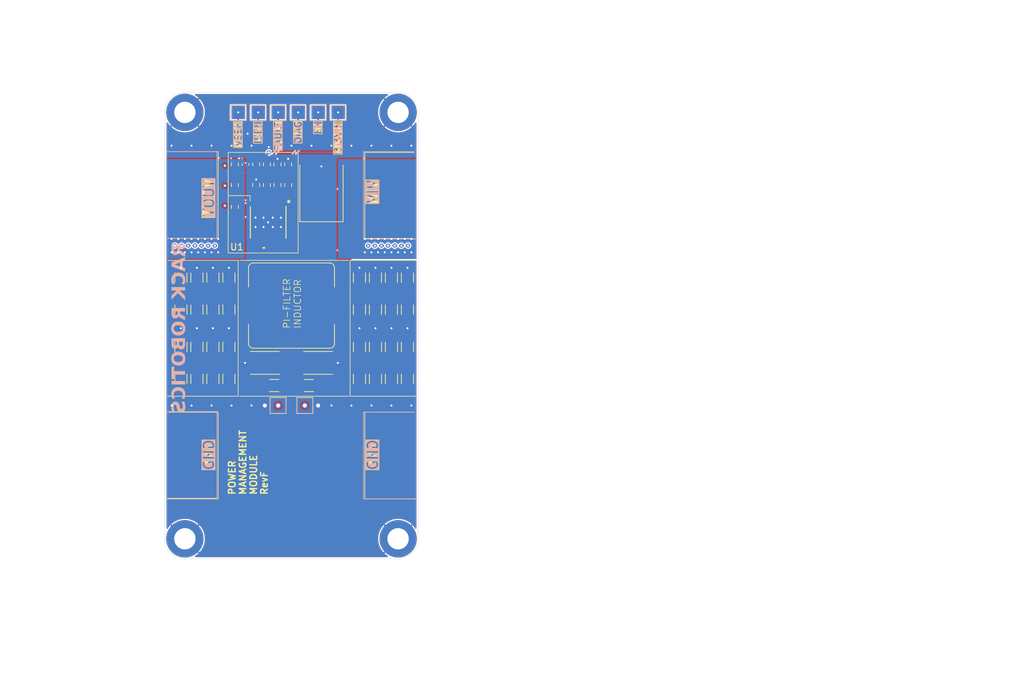
<source format=kicad_pcb>
(kicad_pcb (version 20241229) (generator "pcbnew") (generator_version "9.0")
  (title_block (title "Power Management Module") (date "2025-05-21") (rev "F") (company "Rack Robotics, Inc."))
  (layers (0 "F.Cu" signal) (4 "In1.Cu" power) (6 "In2.Cu" power) (2 "B.Cu" signal) (13 "F.Paste" user) (15 "B.Paste" user) (5 "F.SilkS" user "F.Silkscreen") (7 "B.SilkS" user "B.Silkscreen") (1 "F.Mask" user) (3 "B.Mask" user) (25 "Edge.Cuts" user))
  (net 0 "")
  (net 1 "/FILTER_IN")
  (net 2 "GND")
  (net 3 "Net-(C1-Pad1)")
  (net 4 "+48V")
  (net 5 "Net-(C10-Pad2)")
  (net 6 "+48VIN")
  (net 7 "/VSENSE_VIN")
  (net 8 "Net-(U1-EN)")
  (net 9 "Net-(U1-ILIM)")
  (net 10 "Net-(C27-Pad2)")
  (net 11 "Net-(U1-DIAG_EN)")
  (net 12 "Net-(U1-*FAULT)")
  (net 13 "Net-(R1-Pad2)")
  (net 14 "Net-(U1-SNS)")
  (net 17 "+3.3V")
  (net 18 "Net-(R2-Pad1)")
  (net 19 "Net-(R3-Pad1)")
  (footprint "TestPoint:TestPoint_Pad_2.0x2.0mm" (layer "F.Cu") (at 58 84)
    (property "Reference" "TP8" (hide yes))
    (property "Value" "TestPoint")
  )
  (footprint "Fiducial:Fiducial_1mm_Mask2mm" (layer "F.Cu") (at 67 40)
    (property "Reference" "REF**" (hide yes))
    (property "Value" "Fiducial_1mm_Mask2mm")
  )
  (footprint "TestPoint:TestPoint_Pad_2.0x2.0mm" (layer "F.Cu") (at 60.000001 40.000001)
    (property "Reference" "TP3" (hide yes))
    (property "Value" "ENABLE")
  )
  (footprint "Capacitor_SMD:C_1206_3216Metric" (layer "F.Cu") (at 44.200001 69.600001 -90)
    (property "Reference" "C28" (hide yes))
    (property "Value" "10 uF")
  )
  (footprint "Capacitor_SMD:C_1206_3216Metric" (layer "F.Cu") (at 73.400001 75.200001 90)
    (property "Reference" "C6" (hide yes))
    (property "Value" "10 uF")
  )
  (footprint "TestPoint:TestPoint_Pad_2.0x2.0mm" (layer "F.Cu") (at 54 84)
    (property "Reference" "TP9" (hide yes))
    (property "Value" "TestPoint")
  )
  (footprint "Capacitor_SMD:C_1206_3216Metric" (layer "F.Cu") (at 46.600001 64.800001 90)
    (property "Reference" "C19" (hide yes))
    (property "Value" "10 uF")
  )
  (footprint "MountingHole:MountingHole_3.2mm_M3_DIN965_Pad_TopBottom" (layer "F.Cu") (at 72.000001 40.000001)
    (property "Reference" "H2" (hide yes))
    (property "Value" "M3_DIN")
  )
  (footprint "Capacitor_SMD:C_1206_3216Metric" (layer "F.Cu") (at 71.000001 75.200001 90)
    (property "Reference" "C7" (hide yes))
    (property "Value" "10 uF")
  )
  (footprint "Capacitor_SMD:C_1206_3216Metric" (layer "F.Cu") (at 39.400001 69.600001 -90)
    (property "Reference" "C25" (hide yes))
    (property "Value" "10 uF")
  )
  (footprint "Capacitor_SMD:C_1206_3216Metric" (layer "F.Cu") (at 53.400001 81.000001)
    (property "Reference" "C27" (hide yes))
    (property "Value" "10 uF")
  )
  (footprint "powercore-development:TPS1HTC30-Q1" (layer "F.Cu") (at 52.500001 56.500001 -90)
    (property "Reference" "U1")
    (property "Value" "TPS1HTC30AQPWPRQ1")
  )
  (footprint "TestPoint:TestPoint_Pad_2.0x2.0mm" (layer "F.Cu") (at 51.000001 40.000001)
    (property "Reference" "TP11" (hide yes))
    (property "Value" "ISENSE")
  )
  (footprint "Capacitor_SMD:C_1206_3216Metric" (layer "F.Cu") (at 68.600001 64.800001 90)
    (property "Reference" "C12" (hide yes))
    (property "Value" "10 uF")
  )
  (footprint "Resistor_SMD:R_0603_1608Metric" (layer "F.Cu") (at 47.5 47.8 -90)
    (property "Reference" "R11" (hide yes))
    (property "Value" "172K")
  )
  (footprint "Capacitor_SMD:C_1206_3216Metric" (layer "F.Cu") (at 41.800001 64.800001 90)
    (property "Reference" "C21" (hide yes))
    (property "Value" "10 uF")
  )
  (footprint "powercore-development:SRP1245A" (layer "F.Cu") (at 56.000001 69 180)
    (property "Reference" "L1" (hide yes))
    (property "Value" "18uH")
  )
  (footprint "Resistor_SMD:R_0603_1608Metric" (layer "F.Cu") (at 47.5 54.2 -90)
    (property "Reference" "R9" (hide yes))
    (property "Value" "0R")
  )
  (footprint "Resistor_SMD:R_0603_1608Metric" (layer "F.Cu") (at 52.3 47.8 -90)
    (property "Reference" "R1" (hide yes))
    (property "Value" "100K")
  )
  (footprint "Capacitor_SMD:C_1206_3216Metric" (layer "F.Cu") (at 44.200001 80.000001 -90)
    (property "Reference" "C30" (hide yes))
    (property "Value" "10 uF")
  )
  (footprint "Fiducial:Fiducial_1mm_Mask2mm" (layer "F.Cu") (at 45 40)
    (property "Reference" "REF**" (hide yes))
    (property "Value" "Fiducial_1mm_Mask2mm")
  )
  (footprint "Capacitor_SMD:C_1206_3216Metric" (layer "F.Cu") (at 71.000001 64.800001 90)
    (property "Reference" "C13" (hide yes))
    (property "Value" "10 uF")
  )
  (footprint "Capacitor_SMD:C_1206_3216Metric" (layer "F.Cu") (at 73.400001 64.800001 90)
    (property "Reference" "C14" (hide yes))
    (property "Value" "10 uF")
  )
  (footprint "Capacitor_SMD:C_1206_3216Metric" (layer "F.Cu") (at 68.600001 80.000001 -90)
    (property "Reference" "C3" (hide yes))
    (property "Value" "10 uF")
  )
  (footprint "Capacitor_SMD:C_1206_3216Metric" (layer "F.Cu") (at 66.200001 75.200001 90)
    (property "Reference" "C9" (hide yes))
    (property "Value" "10 uF")
  )
  (footprint "Capacitor_SMD:C_1206_3216Metric" (layer "F.Cu") (at 73.400001 69.600001 -90)
    (property "Reference" "C15" (hide yes))
    (property "Value" "10 uF")
  )
  (footprint "Capacitor_SMD:C_1206_3216Metric" (layer "F.Cu") (at 46.600001 75.200001 90)
    (property "Reference" "C26" (hide yes))
    (property "Value" "10 uF")
  )
  (footprint "Capacitor_SMD:C_1206_3216Metric" (layer "F.Cu") (at 58.600001 81.000001 180)
    (property "Reference" "C10" (hide yes))
    (property "Value" "10 uF")
  )
  (footprint "Capacitor_SMD:C_1206_3216Metric" (layer "F.Cu") (at 66.200001 69.600001 -90)
    (property "Reference" "C18" (hide yes))
    (property "Value" "10 uF")
  )
  (footprint "Resistor_SMD:R_0603_1608Metric" (layer "F.Cu") (at 53.9 47.8 90)
    (property "Reference" "R7" (hide yes))
    (property "Value" "100K")
  )
  (footprint "Resistor_SMD:R_2512_6332Metric" (layer "F.Cu") (at 60.000001 77.600001)
    (property "Reference" "R10" (hide yes))
    (property "Value" "1R")
  )
  (footprint "Resistor_SMD:R_0603_1608Metric" (layer "F.Cu") (at 47.5 50.9 -90)
    (property "Reference" "R12" (hide yes))
    (property "Value" "10K")
  )
  (footprint "Resistor_SMD:R_2512_6332Metric" (layer "F.Cu") (at 52 77.6 180)
    (property "Reference" "R13" (hide yes))
    (property "Value" "1R")
  )
  (footprint "Capacitor_SMD:C_1206_3216Metric" (layer "F.Cu") (at 39.400001 64.800001 90)
    (property "Reference" "C22" (hide yes))
    (property "Value" "10 uF")
  )
  (footprint "Resistor_SMD:R_0603_1608Metric" (layer "F.Cu") (at 52.300001 50.900001 -90)
    (property "Reference" "R4" (hide yes))
    (property "Value" "2.2K")
  )
  (footprint "Capacitor_SMD:C_1206_3216Metric" (layer "F.Cu") (at 46.600001 69.600001 -90)
    (property "Reference" "C23" (hide yes))
    (property "Value" "10 uF")
  )
  (footprint "TestPoint:TestPoint_Pad_2.0x2.0mm" (layer "F.Cu") (at 63 40)
    (property "Reference" "TP1" (hide yes))
    (property "Value" "3.3VIN")
  )
  (footprint "TestPoint:TestPoint_Pad_2.0x2.0mm" (layer "F.Cu") (at 48.000001 40.000001)
    (property "Reference" "TP13" (hide yes))
    (property "Value" "VSENSE_VIN")
  )
  (footprint "Capacitor_SMD:C_1206_3216Metric" (layer "F.Cu") (at 66.200001 80.000001 -90)
    (property "Reference" "C2" (hide yes))
    (property "Value" "10 uF")
  )
  (footprint "Capacitor_SMD:C_1206_3216Metric" (layer "F.Cu") (at 71.000001 69.600001 -90)
    (property "Reference" "C16" (hide yes))
    (property "Value" "10 uF")
  )
  (footprint "Capacitor_SMD:C_0603_1608Metric" (layer "F.Cu") (at 49.1 47.8 -90)
    (property "Reference" "C1" (hide yes))
    (property "Value" "1 uF")
  )
  (footprint "Fiducial:Fiducial_1mm_Mask2mm" (layer "F.Cu") (at 67 104)
    (property "Reference" "REF**" (hide yes))
    (property "Value" "Fiducial_1mm_Mask2mm")
  )
  (footprint "Capacitor_SMD:C_1206_3216Metric" (layer "F.Cu") (at 41.800001 75.200001 90)
    (property "Reference" "C34" (hide yes))
    (property "Value" "10 uF")
  )
  (footprint "Capacitor_SMD:C_1206_3216Metric" (layer "F.Cu") (at 68.600001 75.200001 90)
    (property "Reference" "C8" (hide yes))
    (property "Value" "10 uF")
  )
  (footprint "MountingHole:MountingHole_3.2mm_M3_DIN965_Pad_TopBottom" (layer "F.Cu") (at 40.000001 40.000001)
    (property "Reference" "H4" (hide yes))
    (property "Value" "M3_DIN")
  )
  (footprint "MountingHole:MountingHole_3.2mm_M3_DIN965_Pad_TopBottom" (layer "F.Cu") (at 40.000001 104.000001)
    (property "Reference" "H3" (hide yes))
    (property "Value" "M3_DIN")
  )
  (footprint "Capacitor_SMD:C_1206_3216Metric" (layer "F.Cu") (at 46.600001 80.000001 -90)
    (property "Reference" "C29" (hide yes))
    (property "Value" "10 uF")
  )
  (footprint "TestPoint:TestPoint_Pad_2.0x2.0mm" (layer "F.Cu") (at 54.000001 40.000001)
    (property "Reference" "TP10" (hide yes))
    (property "Value" "FAULT")
  )
  (footprint "Capacitor_SMD:C_1206_3216Metric" (layer "F.Cu") (at 71.000001 80.000001 -90)
    (property "Reference" "C4" (hide yes))
    (property "Value" "10 uF")
  )
  (footprint "Resistor_SMD:R_0603_1608Metric" (layer "F.Cu") (at 53.900001 50.900001 -90)
    (property "Reference" "R3" (hide yes))
    (property "Value" "2.2K")
  )
  (footprint "TestPoint:TestPoint_Pad_2.0x2.0mm" (layer "F.Cu") (at 57.000001 40.000001)
    (property "Reference" "TP6" (hide yes))
    (property "Value" "DIAG_EN")
  )
  (footprint "Resistor_SMD:R_0603_1608Metric" (layer "F.Cu") (at 50.7 47.8 -90)
    (property "Reference" "R5" (hide yes))
    (property "Value" "2.2K")
  )
  (footprint "Capacitor_SMD:C_1206_3216Metric" (layer "F.Cu") (at 66.200001 64.800001 90)
    (property "Reference" "C11" (hide yes))
    (property "Value" "10 uF")
  )
  (footprint "Diode_SMD:D_SMC" (layer "F.Cu") (at 60.500001 51.500001 90)
    (property "Reference" "D1" (hide yes))
    (property "Value" "SMCJ60A")
  )
  (footprint "Resistor_SMD:R_0603_1608Metric" (layer "F.Cu") (at 55.5 47.8 90)
    (property "Reference" "R6" (hide yes))
    (property "Value" "100K")
  )
  (footprint "MountingHole:MountingHole_3.2mm_M3_DIN965_Pad_TopBottom" (layer "F.Cu") (at 72.000001 104.000001)
    (property "Reference" "H1" (hide yes))
    (property "Value" "M3_DIN")
  )
  (footprint "Capacitor_SMD:C_1206_3216Metric" (layer "F.Cu") (at 44.200001 64.800001 90)
    (property "Reference" "C20" (hide yes))
    (property "Value" "10 uF")
  )
  (footprint "Capacitor_SMD:C_1206_3216Metric" (layer "F.Cu") (at 68.600001 69.600001 -90)
    (property "Reference" "C17" (hide yes))
    (property "Value" "10 uF")
  )
  (footprint "Fiducial:Fiducial_1mm_Mask2mm" (layer "F.Cu") (at 45 104)
    (property "Reference" "REF**" (hide yes))
    (property "Value" "Fiducial_1mm_Mask2mm")
  )
  (footprint "Capacitor_SMD:C_1206_3216Metric" (layer "F.Cu") (at 39.400001 75.200001 90)
    (property "Reference" "C33" (hide yes))
    (property "Value" "10 uF")
  )
  (footprint "Capacitor_SMD:C_1206_3216Metric" (layer "F.Cu") (at 41.800001 80.000001 -90)
    (property "Reference" "C31" (hide yes))
    (property "Value" "10 uF")
  )
  (footprint "Resistor_SMD:R_0603_1608Metric" (layer "F.Cu") (at 50.7 50.9 90)
    (property "Reference" "R8" (hide yes))
    (property "Value" "249R")
  )
  (footprint "Capacitor_SMD:C_1206_3216Metric" (layer "F.Cu") (at 41.800001 69.600001 -90)
    (property "Reference" "C24" (hide yes))
    (property "Value" "10 uF")
  )
  (footprint "Capacitor_SMD:C_1206_3216Metric" (layer "F.Cu") (at 73.400001 80.000001 -90)
    (property "Reference" "C5" (hide yes))
    (property "Value" "10 uF")
  )
  (footprint "Capacitor_SMD:C_1206_3216Metric" (layer "F.Cu") (at 44.200001 75.200001 90)
    (property "Reference" "C35" (hide yes))
    (property "Value" "10 uF")
  )
  (footprint "Capacitor_SMD:C_1206_3216Metric" (layer "F.Cu") (at 39.400001 80.000001 -90)
    (property "Reference" "C32" (hide yes))
    (property "Value" "10 uF")
  )
  (footprint "Resistor_SMD:R_0603_1608Metric" (layer "F.Cu") (at 55.500001 50.900001 -90)
    (property "Reference" "R2" (hide yes))
    (property "Value" "2.2K")
  )
  (footprint "TestPoint:TestPoint_Pad_2.0x2.0mm" (layer "B.Cu") (at 60.000001 40.000001 180)
    (property "Reference" "TP4" (hide yes))
    (property "Value" "ENABLE")
  )
  (footprint "TestPoint:TestPoint_Pad_2.0x2.0mm" (layer "B.Cu") (at 57.000001 40.000001 180)
    (property "Reference" "TP5" (hide yes))
    (property "Value" "DIAG_EN")
  )
  (footprint "TestPoint:TestPoint_Pad_2.0x2.0mm" (layer "B.Cu") (at 63 40 180)
    (property "Reference" "TP2" (hide yes))
    (property "Value" "3.3VIN")
  )
  (footprint "TestPoint:TestPoint_Pad_2.0x2.0mm" (layer "B.Cu") (at 51.000001 40.000001 180)
    (property "Reference" "TP12" (hide yes))
    (property "Value" "ISENSE")
  )
  (footprint "TestPoint:TestPoint_Pad_2.0x2.0mm" (layer "B.Cu") (at 54.000001 40.000001 180)
    (property "Reference" "TP7" (hide yes))
    (property "Value" "FAULT")
  )
  (footprint "TestPoint:TestPoint_Pad_2.0x2.0mm" (layer "B.Cu") (at 48.000001 40.000001)
    (property "Reference" "TP14" (hide yes))
    (property "Value" "VSENSE_VIN")
  )
  (gr_line (start 48.000001 82.600001) (end 37.400001 82.600001) (stroke (width 0.1)) (layer "F.SilkS"))
  (gr_line (start 49.8 52.5) (end 49.8 53.3) (stroke (width 0.1)) (layer "F.SilkS"))
  (gr_rect (start 46.5 46) (end 57 61.1) (stroke (width 0.1)) (fill no) (layer "F.SilkS"))
  (gr_line (start 46.5 52.5) (end 49.8 52.5) (stroke (width 0.1)) (layer "F.SilkS"))
  (gr_line (start 37.6 45.9) (end 45 45.9) (stroke (width 0.1)) (layer "F.SilkS"))
  (gr_line (start 37.4 58.9) (end 45 58.9) (stroke (width 0.1)) (layer "F.SilkS"))
  (gr_line (start 74.4 46) (end 67 46) (stroke (width 0.1)) (layer "F.SilkS"))
  (gr_line (start 74.4 85) (end 67 85) (stroke (width 0.1)) (layer "F.SilkS"))
  (gr_line (start 74.600001 82.600001) (end 64.800001 82.600001) (stroke (width 0.1)) (layer "F.SilkS"))
  (gr_line (start 37.6 85) (end 45 85) (stroke (width 0.1)) (layer "F.SilkS"))
  (gr_line (start 37.400001 62.200001) (end 48.000001 62.200001) (stroke (width 0.1)) (layer "F.SilkS"))
  (gr_line (start 64.800001 82.600001) (end 64.800001 62.200001) (stroke (width 0.1)) (layer "F.SilkS"))
  (gr_line (start 37.4 98) (end 45 98) (stroke (width 0.1)) (layer "F.SilkS"))
  (gr_line (start 64.600001 82.600001) (end 48.200001 82.600001) (stroke (width 0.1)) (layer "F.SilkS"))
  (gr_line (start 67 59) (end 67 46) (stroke (width 0.1)) (layer "F.SilkS"))
  (gr_line (start 45 98) (end 45 85) (stroke (width 0.1)) (layer "F.SilkS"))
  (gr_line (start 48.200001 62.200001) (end 64.600001 62.200001) (stroke (width 0.1)) (layer "F.SilkS"))
  (gr_line (start 48.000001 62.200001) (end 48.000001 82.600001) (stroke (width 0.1)) (layer "F.SilkS"))
  (gr_line (start 64.800001 62.200001) (end 74.600001 62.200001) (stroke (width 0.1)) (layer "F.SilkS"))
  (gr_line (start 45 58.9) (end 45 45.9) (stroke (width 0.1)) (layer "F.SilkS"))
  (gr_line (start 67 98) (end 67 85) (stroke (width 0.1)) (layer "F.SilkS"))
  (gr_line (start 74.6 59) (end 67 59) (stroke (width 0.1)) (layer "F.SilkS"))
  (gr_line (start 74.6 98) (end 67 98) (stroke (width 0.1)) (layer "F.SilkS"))
  (gr_line (start 66.8 85) (end 66.8 98) (stroke (width 0.1)) (layer "B.SilkS"))
  (gr_rect (start 56.8 82.8) (end 59.2 85.2) (stroke (width 0.1)) (fill no) (layer "B.SilkS"))
  (gr_line (start 74.4 85) (end 66.8 85) (stroke (width 0.1)) (layer "B.SilkS"))
  (gr_line (start 37.4 58.9) (end 44.8 58.9) (stroke (width 0.1)) (layer "B.SilkS"))
  (gr_line (start 74.2 98) (end 66.8 98) (stroke (width 0.1)) (layer "B.SilkS"))
  (gr_line (start 74.4 45.9) (end 66.8 45.9) (stroke (width 0.1)) (layer "B.SilkS"))
  (gr_line (start 44.8 45.9) (end 44.8 58.9) (stroke (width 0.1)) (layer "B.SilkS"))
  (gr_rect (start 52.8 82.8) (end 55.2 85.2) (stroke (width 0.1)) (fill no) (layer "B.SilkS"))
  (gr_line (start 74.2 58.9) (end 66.8 58.9) (stroke (width 0.1)) (layer "B.SilkS"))
  (gr_line (start 37.4 97.9) (end 44.8 97.9) (stroke (width 0.1)) (layer "B.SilkS"))
  (gr_line (start 66.8 45.9) (end 66.8 58.9) (stroke (width 0.1)) (layer "B.SilkS"))
  (gr_line (start 44.8 84.9) (end 44.8 97.9) (stroke (width 0.1)) (layer "B.SilkS"))
  (gr_line (start 37.2 45.9) (end 44.8 45.9) (stroke (width 0.1)) (layer "B.SilkS"))
  (gr_line (start 37.2 84.9) (end 44.8 84.9) (stroke (width 0.1)) (layer "B.SilkS"))
  (gr_arc (start 72 37) (mid 74.12132 37.87868) (end 75 40) (stroke (width 0.05)) (layer "Edge.Cuts"))
  (gr_line (start 72 37) (end 40 37) (stroke (width 0.05)) (layer "Edge.Cuts"))
  (gr_arc (start 75 104) (mid 74.12132 106.12132) (end 72 107) (stroke (width 0.05)) (layer "Edge.Cuts"))
  (gr_arc (start 40 107) (mid 37.87868 106.12132) (end 37 104) (stroke (width 0.05)) (layer "Edge.Cuts"))
  (gr_arc (start 37 40) (mid 37.87868 37.87868) (end 40 37) (stroke (width 0.05)) (layer "Edge.Cuts"))
  (gr_line (start 37 104) (end 37 40) (stroke (width 0.05)) (layer "Edge.Cuts"))
  (gr_line (start 72 107) (end 40 107) (stroke (width 0.05)) (layer "Edge.Cuts"))
  (gr_line (start 75 40) (end 75 104) (stroke (width 0.05)) (layer "Edge.Cuts"))
  (gr_text "3.3VIN" (at 63 41.2 90) (layer "F.SilkS" knockout) (effects (font (size 1 1) (thickness 0.2) (bold yes)) (justify right)))
  (gr_text "VIN" (at 68.2 51.8 90) (layer "F.SilkS" knockout) (effects (font (size 1.5 1.5) (thickness 0.25) (bold yes))))
  (gr_text "POWER\nMANAGEMENT\nMODULE\nRevF" (at 46.5 97.5 90) (layer "F.SilkS") (effects (font (size 1 1) (thickness 0.2) (bold yes)) (justify left top)))
  (gr_text "DIAG" (at 57.000001 41.200001 90) (layer "F.SilkS" knockout) (effects (font (size 1 1) (thickness 0.2) (bold yes)) (justify right)))
  (gr_text "ISEN" (at 51.000001 41.200001 90) (layer "F.SilkS" knockout) (effects (font (size 1 1) (thickness 0.2) (bold yes)) (justify right)))
  (gr_text "PI-FILTER\nINDUCTOR" (at 57.5 72.5 90) (layer "F.SilkS") (effects (font (size 1 1) (thickness 0.1)) (justify left bottom)))
  (gr_text "VOUT" (at 43.6 52.9 90) (layer "F.SilkS" knockout) (effects (font (size 1.5 1.5) (thickness 0.25) (bold yes))))
  (gr_text "FAULT" (at 54.000001 43.6 90) (layer "F.SilkS" knockout) (effects (font (size 1 1) (thickness 0.2) (bold yes))))
  (gr_text "GND" (at 43.6 91.4 90) (layer "F.SilkS" knockout) (effects (font (size 1.5 1.5) (thickness 0.25) (bold yes))))
  (gr_text "GND" (at 68.2 91.4 90) (layer "F.SilkS" knockout) (effects (font (size 1.5 1.5) (thickness 0.25) (bold yes))))
  (gr_text "VSEN" (at 48.000001 41.200001 90) (layer "F.SilkS" knockout) (effects (font (size 1 1) (thickness 0.2) (bold yes)) (justify right)))
  (gr_text "EN" (at 60.000001 41.200001 90) (layer "F.SilkS" knockout) (effects (font (size 1 1) (thickness 0.2) (bold yes)) (justify right)))
  (gr_text "VOUT" (at 43.6 52.8 90) (layer "B.SilkS" knockout) (effects (font (size 1.5 1.5) (thickness 0.25) (bold yes)) (justify mirror)))
  (gr_text "VSEN" (at 48.000001 43.5 90) (layer "B.SilkS" knockout) (effects (font (size 1 1) (thickness 0.2) (bold yes)) (justify mirror)))
  (gr_text "VIN" (at 68.2 52 90) (layer "B.SilkS" knockout) (effects (font (size 1.5 1.5) (thickness 0.25) (bold yes)) (justify mirror)))
  (gr_text "ISEN" (at 51.000001 41.200001 90) (layer "B.SilkS" knockout) (effects (font (size 1 1) (thickness 0.2) (bold yes)) (justify left mirror)))
  (gr_text "FAULT" (at 54.000001 41.200001 90) (layer "B.SilkS" knockout) (effects (font (size 1 1) (thickness 0.2) (bold yes)) (justify left mirror)))
  (gr_text "GND" (at 68.2 91.4 90) (layer "B.SilkS" knockout) (effects (font (size 1.5 1.5) (thickness 0.25) (bold yes)) (justify mirror)))
  (gr_text "3.3VIN" (at 63 44 90) (layer "B.SilkS" knockout) (effects (font (size 1 1) (thickness 0.2) (bold yes)) (justify mirror)))
  (gr_text "EN" (at 60.000001 41.200001 90) (layer "B.SilkS" knockout) (effects (font (size 1 1) (thickness 0.2) (bold yes)) (justify left mirror)))
  (gr_text "RACK ROBOTICS" (at 39.2 72.4 90) (layer "B.SilkS") (effects (font (size 2 2) (thickness 0.4) (bold yes)) (justify mirror)))
  (gr_text "DIAG" (at 57.000001 41.200001 90) (layer "B.SilkS" knockout) (effects (font (size 1 1) (thickness 0.2) (bold yes)) (justify left mirror)))
  (gr_text "GND" (at 43.6 91.4 90) (layer "B.SilkS" knockout) (effects (font (size 1.5 1.5) (thickness 0.25) (bold yes)) (justify mirror)))
  (segment (start 73.400001 76.675001) (end 73.400001 78.525001) (width 0.4) (layer "F.Cu") (net 1))
  (segment (start 60.075001 81.000001) (end 63.800001 81.000001) (width 0.4) (layer "F.Cu") (net 1))
  (segment (start 68.600001 66.275001) (end 68.600001 68.125001) (width 0.4) (layer "F.Cu") (net 1))
  (segment (start 61.55 68) (end 63.4 68) (width 0.8) (layer "F.Cu") (net 1))
  (segment (start 51.85 59.370201) (end 51.85 60.600001) (width 0.4) (layer "F.Cu") (net 1))
  (segment (start 61.25 70) (end 59.4 70) (width 0.8) (layer "F.Cu") (net 1))
  (segment (start 64.200001 80.600001) (end 64.200001 78.600001) (width 0.4) (layer "F.Cu") (net 1))
  (segment (start 68.600001 76.675001) (end 68.600001 78.525001) (width 0.4) (layer "F.Cu") (net 1))
  (segment (start 61.55 70) (end 63.4 70) (width 0.8) (layer "F.Cu") (net 1))
  (segment (start 59.000001 81.000001) (end 60.075001 81.000001) (width 0.2) (layer "F.Cu") (net 1))
  (segment (start 63.800001 81.000001) (end 64.200001 80.600001) (width 0.4) (layer "F.Cu") (net 1))
  (segment (start 61.250001 69.000001) (end 59.400001 69.000001) (width 0.8) (layer "F.Cu") (net 1))
  (segment (start 50.55 59.370201) (end 50.55 60.600001) (width 0.4) (layer "F.Cu") (net 1))
  (segment (start 66.200001 66.275001) (end 66.200001 68.125001) (width 0.4) (layer "F.Cu") (net 1))
  (segment (start 58 84) (end 58 82) (width 0.2) (layer "F.Cu") (net 1))
  (segment (start 59 81) (end 59.000001 81.000001) (width 0.2) (layer "F.Cu") (net 1))
  (segment (start 71.000001 76.675001) (end 71.000001 78.525001) (width 0.4) (layer "F.Cu") (net 1))
  (segment (start 51.200001 59.370201) (end 51.200001 60.600001) (width 0.4) (layer "F.Cu") (net 1))
  (segment (start 71.000001 66.275001) (end 71.000001 68.125001) (width 0.4) (layer "F.Cu") (net 1))
  (segment (start 61.550001 69.000001) (end 63.400001 69.000001) (width 0.8) (layer "F.Cu") (net 1))
  (segment (start 66.200001 76.675001) (end 66.200001 78.525001) (width 0.4) (layer "F.Cu") (net 1))
  (segment (start 73.400001 66.275001) (end 73.400001 68.125001) (width 0.4) (layer "F.Cu") (net 1))
  (segment (start 61.25 68) (end 59.4 68) (width 0.8) (layer "F.Cu") (net 1))
  (segment (start 58 82) (end 59 81) (width 0.2) (layer "F.Cu") (net 1))
  (via (at 58 84) (size 1) (drill 0.6) (layers "F.Cu" "B.Cu") (net 1))
  (segment (start 73.400001 81.475001) (end 73.400001 82.600001) (width 0.4) (layer "F.Cu") (net 2))
  (segment (start 71.000001 72.400001) (end 71.000001 71.075001) (width 0.4) (layer "F.Cu") (net 2))
  (segment (start 41.800001 73.725001) (end 41.800001 72.400001) (width 0.4) (layer "F.Cu") (net 2))
  (segment (start 68.600001 73.725001) (end 68.600001 72.400001) (width 0.4) (layer "F.Cu") (net 2))
  (segment (start 41.8 82.6) (end 41.8 81.475) (width 0.4) (layer "F.Cu") (net 2))
  (segment (start 46.600001 73.725001) (end 46.600001 72.400001) (width 0.4) (layer "F.Cu") (net 2))
  (segment (start 39.400001 72.400001) (end 39.400001 71.075001) (width 0.4) (layer "F.Cu") (net 2))
  (segment (start 58.0775 48) (end 59.5225 48) (width 0.4) (layer "F.Cu") (net 2))
  (segment (start 66.200001 72.400001) (end 66.200001 71.075001) (width 0.4) (layer "F.Cu") (net 2))
  (segment (start 66.200001 82.6) (end 66.200001 81.475001) (width 0.4) (layer "F.Cu") (net 2))
  (segment (start 68.600001 82.600001) (end 68.600001 81.475001) (width 0.4) (layer "F.Cu") (net 2))
  (segment (start 60.4 47.3225) (end 60.4 45.8775) (width 0.4) (layer "F.Cu") (net 2))
  (segment (start 46.600001 72.400001) (end 46.600001 71.075001) (width 0.4) (layer "F.Cu") (net 2))
  (segment (start 44.200001 72.400001) (end 44.200001 71.075001) (width 0.4) (layer "F.Cu") (net 2))
  (segment (start 46.6 81.475) (end 46.6 82.6) (width 0.4) (layer "F.Cu") (net 2))
  (segment (start 71 81.4375) (end 71 82.5625) (width 0.4) (layer "F.Cu") (net 2))
  (segment (start 73.400001 72.400001) (end 73.400001 71.075001) (width 0.4) (layer "F.Cu") (net 2))
  (segment (start 71.000001 73.725001) (end 71.000001 72.400001) (width 0.4) (layer "F.Cu") (net 2))
  (segment (start 73.400001 73.725001) (end 73.400001 72.400001) (width 0.4) (layer "F.Cu") (net 2))
  (segment (start 66.200001 73.725001) (end 66.200001 72.400001) (width 0.4) (layer "F.Cu") (net 2))
  (segment (start 39.400001 73.725001) (end 39.400001 72.400001) (width 0.4) (layer "F.Cu") (net 2))
  (segment (start 44.199999 81.437499) (end 44.199999 82.562499) (width 0.4) (layer "F.Cu") (net 2))
  (segment (start 39.4 82.599999) (end 39.4 81.475) (width 0.4) (layer "F.Cu") (net 2))
  (segment (start 44.200001 73.725001) (end 44.200001 72.400001) (width 0.4) (layer "F.Cu") (net 2))
  (segment (start 68.600001 72.400001) (end 68.600001 71.075001) (width 0.4) (layer "F.Cu") (net 2))
  (segment (start 41.800001 72.400001) (end 41.800001 71.075001) (width 0.4) (layer "F.Cu") (net 2))
  (segment (start 62.9225 48) (end 61.4775 48) (width 0.4) (layer "F.Cu") (net 2))
  (via (at 50.7 50.075) (size 0.6) (drill 0.3) (layers "F.Cu" "B.Cu") (net 2))
  (via (at 44 84) (size 0.6) (drill 0.3) (layers "F.Cu" "B.Cu") (net 2))
  (via (at 46 48) (size 0.6) (drill 0.3) (layers "F.Cu" "B.Cu") (net 2))
  (via (at 38 84) (size 0.6) (drill 0.3) (layers "F.Cu" "B.Cu") (net 2))
  (via (at 39.400001 63.325001) (size 0.6) (drill 0.3) (layers "F.Cu" "B.Cu") (net 2))
  (via (at 59 45) (size 0.6) (drill 0.3) (layers "F.Cu" "B.Cu") (net 2))
  (via (at 44.200001 72.400001) (size 0.6) (drill 0.3) (layers "F.Cu" "B.Cu") (net 2))
  (via (at 62 45) (size 0.6) (drill 0.3) (layers "F.Cu" "B.Cu") (net 2))
  (via (at 52.500001 56.500001) (size 0.6) (drill 0.3) (layers "F.Cu" "B.Cu") (net 2))
  (via (at 49.037501 77.600001) (size 0.6) (drill 0.3) (layers "F.Cu" "B.Cu") (net 2))
  (via (at 51.8 57.2) (size 0.6) (drill 0.3) (layers "F.Cu" "B.Cu") (net 2))
  (via (at 72.5 60) (size 0.6) (drill 0.3) (layers "F.Cu" "B.Cu") (net 2))
  (via (at 38.5 60) (size 0.6) (drill 0.3) (layers "F.Cu" "B.Cu") (net 2))
  (via (at 53.9 46.975) (size 0.6) (drill 0.3) (layers "F.Cu" "B.Cu") (net 2))
  (via (at 60.500001 48.100001) (size 0.6) (drill 0.3) (layers "F.Cu" "B.Cu") (net 2))
  (via (at 41.5 60) (size 0.6) (drill 0.3) (layers "F.Cu" "B.Cu") (net 2))
  (via (at 44 45) (size 0.6) (drill 0.3) (layers "F.Cu" "B.Cu") (net 2))
  (via (at 52.6 45.199997) (size 0.6) (drill 0.3) (layers "F.Cu" "B.Cu") (net 2))
  (via (at 65 45) (size 0.6) (drill 0.3) (layers "F.Cu" "B.Cu") (net 2))
  (via (at 41.800001 72.400001) (size 0.6) (drill 0.3) (layers "F.Cu" "B.Cu") (net 2))
  (via (at 41 45) (size 0.6) (drill 0.3) (layers "F.Cu" "B.Cu") (net 2))
  (via (at 38 45) (size 0.6) (drill 0.3) (layers "F.Cu" "B.Cu") (net 2))
  (via (at 47 84) (size 0.6) (drill 0.3) (layers "F.Cu" "B.Cu") (net 2))
  (via (at 52 84) (size 1) (drill 0.6) (layers "F.Cu" "B.Cu") (net 2))
  (via (at 68.5 60) (size 0.6) (drill 0.3) (layers "F.Cu" "B.Cu") (net 2))
  (via (at 50 45) (size 0.6) (drill 0.3) (layers "F.Cu" "B.Cu") (net 2))
  (via (at 71 84) (size 0.6) (drill 0.3) (layers "F.Cu" "B.Cu") (net 2))
  (via (at 41.800001 63.325001) (size 0.6) (drill 0.3) (layers "F.Cu" "B.Cu") (net 2))
  (via (at 60 84) (size 1) (drill 0.6) (layers "F.Cu" "B.Cu") (net 2))
  (via (at 50.6 57.2) (size 0.6) (drill 0.3) (layers "F.Cu" "B.Cu") (net 2))
  (via (at 46 54) (size 0.6) (drill 0.3) (layers "F.Cu" "B.Cu") (net 2))
  (via (at 53.2 57.2) (size 0.6) (drill 0.3) (layers "F.Cu" "B.Cu") (net 2))
  (via (at 73.5 60) (size 0.6) (drill 0.3) (layers "F.Cu" "B.Cu") (net 2))
  (via (at 53.2 55.8) (size 0.6) (drill 0.3) (layers "F.Cu" "B.Cu") (net 2))
  (via (at 74 45) (size 0.6) (drill 0.3) (layers "F.Cu" "B.Cu") (net 2))
  (via (at 73.400001 63.325001) (size 0.6) (drill 0.3) (layers "F.Cu" "B.Cu") (net 2))
  (via (at 71.000001 72.400001) (size 0.6) (drill 0.3) (layers "F.Cu" "B.Cu") (net 2))
  (via (at 73.400001 72.400001) (size 0.6) (drill 0.3) (layers "F.Cu" "B.Cu") (net 2))
  (via (at 68.600001 63.325001) (size 0.6) (drill 0.3) (layers "F.Cu" "B.Cu") (net 2))
  (via (at 66.200001 63.325001) (size 0.6) (drill 0.3) (layers "F.Cu" "B.Cu") (net 2))
  (via (at 69.5 60) (size 0.6) (drill 0.3) (layers "F.Cu" "B.Cu") (net 2))
  (via (at 68 84) (size 0.6) (drill 0.3) (layers "F.Cu" "B.Cu") (net 2))
  (via (at 54.4 55.8) (size 0.6) (drill 0.3) (layers "F.Cu" "B.Cu") (net 2))
  (via (at 46.600001 72.400001) (size 0.6) (drill 0.3) (layers "F.Cu" "B.Cu") (net 2))
  (via (at 41 84) (size 0.6) (drill 0.3) (layers "F.Cu" "B.Cu") (net 2))
  (via (at 71 45) (size 0.6) (drill 0.3) (layers "F.Cu" "B.Cu") (net 2))
  (via (at 47 45) (size 0.6) (drill 0.3) (layers "F.Cu" "B.Cu") (net 2))
  (via (at 67.5 60) (size 0.6) (drill 0.3) (layers "F.Cu" "B.Cu") (net 2))
  (via (at 39.400001 72.400001) (size 0.6) (drill 0.3) (layers "F.Cu" "B.Cu") (net 2))
  (via (at 71.000001 63.325001) (size 0.6) (drill 0.3) (layers "F.Cu" "B.Cu") (net 2))
  (via (at 42.5 60) (size 0.6) (drill 0.3) (layers "F.Cu" "B.Cu") (net 2))
  (via (at 50.6 55.8) (size 0.6) (drill 0.3) (layers "F.Cu" "B.Cu") (net 2))
  (via (at 56 45) (size 0.6) (drill 0.3) (layers "F.Cu" "B.Cu") (net 2))
  (via (at 74 84) (size 0.6) (drill 0.3) (layers "F.Cu" "B.Cu") (net 2))
  (via (at 50 84) (size 0.6) (drill 0.3) (layers "F.Cu" "B.Cu") (net 2))
  (via (at 65 84) (size 0.6) (drill 0.3) (layers "F.Cu" "B.Cu") (net 2))
  (via (at 44.200001 63.325001) (size 0.6) (drill 0.3) (layers "F.Cu" "B.Cu") (net 2))
  (via (at 68 45) (size 0.6) (drill 0.3) (layers "F.Cu" "B.Cu") (net 2))
  (via (at 68.600001 72.400001) (size 0.6) (drill 0.3) (layers "F.Cu" "B.Cu") (net 2))
  (via (at 70.5 60) (size 0.6) (drill 0.3) (layers "F.Cu" "B.Cu") (net 2))
  (via (at 66.200001 72.400001) (size 0.6) (drill 0.3) (layers "F.Cu" "B.Cu") (net 2))
  (via (at 55.5 46.975) (size 0.6) (drill 0.3) (layers "F.Cu" "B.Cu") (net 2))
  (via (at 46.600001 63.325001) (size 0.6) (drill 0.3) (layers "F.Cu" "B.Cu") (net 2))
  (via (at 62.962501 77.600001) (size 0.6) (drill 0.3) (layers "F.Cu" "B.Cu") (net 2))
  (via (at 62 84) (size 0.6) (drill 0.3) (layers "F.Cu" "B.Cu") (net 2))
  (via (at 43.5 60) (size 0.6) (drill 0.3) (layers "F.Cu" "B.Cu") (net 2))
  (via (at 46 51) (size 0.6) (drill 0.3) (layers "F.Cu" "B.Cu") (net 2))
  (via (at 40.5 60) (size 0.6) (drill 0.3) (layers "F.Cu" "B.Cu") (net 2))
  (via (at 51.8 55.8) (size 0.6) (drill 0.3) (layers "F.Cu" "B.Cu") (net 2))
  (via (at 71.5 60) (size 0.6) (drill 0.3) (layers "F.Cu" "B.Cu") (net 2))
  (via (at 49.4 43.2) (size 0.6) (drill 0.3) (layers "F.Cu" "B.Cu") (net 2))
  (via (at 39.5 60) (size 0.6) (drill 0.3) (layers "F.Cu" "B.Cu") (net 2))
  (via (at 44.5 60) (size 0.6) (drill 0.3) (layers "F.Cu" "B.Cu") (net 2))
  (via (at 54.4 57.2) (size 0.6) (drill 0.3) (layers "F.Cu" "B.Cu") (net 2))
  (segment (start 51.000001 41.399999) (end 51.000001 40.000001) (width 0.2) (layer "F.Cu") (net 3))
  (segment (start 50.65 47.025) (end 50.7 46.975) (width 0.2) (layer "F.Cu") (net 3))
  (segment (start 49.1 47.025) (end 50.65 47.025) (width 0.2) (layer "F.Cu") (net 3))
  (segment (start 50.7 41.7) (end 51.000001 41.399999) (width 0.2) (layer "F.Cu") (net 3))
  (segment (start 51.000001 40.000001) (end 51.000001 40) (width 0.2) (layer "F.Cu") (net 3))
  (segment (start 50.7 46.975) (end 50.7 41.7) (width 0.2) (layer "F.Cu") (net 3))
  (via (at 51.000001 40) (size 0.6) (drill 0.3) (layers "F.Cu" "B.Cu") (net 3))
  (segment (start 52.125001 81.000001) (end 48.400001 81.000001) (width 0.4) (layer "F.Cu") (net 4))
  (segment (start 52.25 68) (end 50.4 68) (width 0.8) (layer "F.Cu") (net 4))
  (segment (start 46.600001 76.675001) (end 46.600001 78.525001) (width 0.4) (layer "F.Cu") (net 4))
  (segment (start 44.200001 76.675001) (end 44.200001 78.525001) (width 0.4) (layer "F.Cu") (net 4))
  (segment (start 41.800001 76.675001) (end 41.800001 78.525001) (width 0.4) (layer "F.Cu") (net 4))
  (segment (start 50.45 68) (end 48.6 68) (width 0.8) (layer "F.Cu") (net 4))
  (segment (start 52.250001 69.000001) (end 50.400001 69.000001) (width 0.8) (layer "F.Cu") (net 4))
  (segment (start 53.000001 81.000001) (end 54 82) (width 0.2) (layer "F.Cu") (net 4))
  (segment (start 47.4 46.2) (end 43.2 46.2) (width 0.2) (layer "F.Cu") (net 4))
  (segment (start 51.925001 81.000001) (end 53.000001 81.000001) (width 0.2) (layer "F.Cu") (net 4))
  (segment (start 50.450001 69.000001) (end 48.600001 69.000001) (width 0.8) (layer "F.Cu") (net 4))
  (segment (start 47.5 46.3) (end 47.4 46.2) (width 0.2) (layer "F.Cu") (net 4))
  (segment (start 39.400001 66.275001) (end 39.400001 68.125001) (width 0.4) (layer "F.Cu") (net 4))
  (segment (start 50.45 70) (end 48.6 70) (width 0.8) (layer "F.Cu") (net 4))
  (segment (start 41.800001 66.275001) (end 41.800001 68.125001) (width 0.4) (layer "F.Cu") (net 4))
  (segment (start 52.25 70) (end 50.4 70) (width 0.8) (layer "F.Cu") (net 4))
  (segment (start 46.600001 66.275001) (end 46.600001 68.125001) (width 0.4) (layer "F.Cu") (net 4))
  (segment (start 47.5 46.975) (end 47.5 46.3) (width 0.2) (layer "F.Cu") (net 4))
  (segment (start 48.000001 80.600001) (end 48.000001 78.600001) (width 0.4) (layer "F.Cu") (net 4))
  (segment (start 39.400001 76.675001) (end 39.400001 78.525001) (width 0.4) (layer "F.Cu") (net 4))
  (segment (start 54 82) (end 54 84) (width 0.2) (layer "F.Cu") (net 4))
  (segment (start 44.200001 66.275001) (end 44.200001 68.125001) (width 0.4) (layer "F.Cu") (net 4))
  (segment (start 48.400001 81.000001) (end 48.000001 80.600001) (width 0.4) (layer "F.Cu") (net 4))
  (via (at 38 59) (size 0.6) (drill 0.3) (layers "F.Cu" "B.Cu") (net 4))
  (via (at 40.000001 61) (size 0.6) (drill 0.3) (layers "F.Cu" "B.Cu") (net 4))
  (via (at 43 59) (size 0.6) (drill 0.3) (layers "F.Cu" "B.Cu") (net 4))
  (via (at 41 61) (size 0.6) (drill 0.3) (layers "F.Cu" "B.Cu") (net 4))
  (via (at 40.000001 59) (size 0.6) (drill 0.3) (layers "F.Cu" "B.Cu") (net 4))
  (via (at 44 59) (size 0.6) (drill 0.3) (layers "F.Cu" "B.Cu") (net 4))
  (via (at 42 61) (size 0.6) (drill 0.3) (layers "F.Cu" "B.Cu") (net 4))
  (via (at 43 61) (size 0.6) (drill 0.3) (layers "F.Cu" "B.Cu") (net 4))
  (via (at 44 61) (size 0.6) (drill 0.3) (layers "F.Cu" "B.Cu") (net 4))
  (via (at 38 61) (size 0.6) (drill 0.3) (layers "F.Cu" "B.Cu") (net 4))
  (via (at 45 61) (size 0.6) (drill 0.3) (layers "F.Cu" "B.Cu") (net 4))
  (via (at 54 84) (size 1) (drill 0.6) (layers "F.Cu" "B.Cu") (net 4))
  (via (at 39 61) (size 0.6) (drill 0.3) (layers "F.Cu" "B.Cu") (net 4))
  (via (at 42 59) (size 0.6) (drill 0.3) (layers "F.Cu" "B.Cu") (net 4))
  (via (at 39 59) (size 0.6) (drill 0.3) (layers "F.Cu" "B.Cu") (net 4))
  (via (at 41 59) (size 0.6) (drill 0.3) (layers "F.Cu" "B.Cu") (net 4))
  (via (at 45 59) (size 0.6) (drill 0.3) (layers "F.Cu" "B.Cu") (net 4))
  (segment (start 57.125001 77.687501) (end 57.037501 77.600001) (width 0.2) (layer "F.Cu") (net 5))
  (segment (start 57.125001 81.000001) (end 57.125001 77.687501) (width 0.2) (layer "F.Cu") (net 5))
  (segment (start 60.4 54.3225) (end 60.4 52.8775) (width 0.4) (layer "F.Cu") (net 6))
  (segment (start 54.45 59.370201) (end 54.45 60.600001) (width 0.4) (layer "F.Cu") (net 6))
  (segment (start 62.9225 55) (end 61.4775 55) (width 0.4) (layer "F.Cu") (net 6))
  (segment (start 53.15 59.370201) (end 53.15 60.600001) (width 0.4) (layer "F.Cu") (net 6))
  (segment (start 53.800001 59.370201) (end 53.800001 60.600001) (width 0.4) (layer "F.Cu") (net 6))
  (segment (start 58.0775 55) (end 59.5225 55) (width 0.4) (layer "F.Cu") (net 6))
  (via (at 73 61) (size 0.6) (drill 0.3) (layers "F.Cu" "B.Cu") (net 6))
  (via (at 72 61) (size 0.6) (drill 0.3) (layers "F.Cu" "B.Cu") (net 6))
  (via (at 67 59) (size 0.6) (drill 0.3) (layers "F.Cu" "B.Cu") (net 6))
  (via (at 71 59) (size 0.6) (drill 0.3) (layers "F.Cu" "B.Cu") (net 6))
  (via (at 69 61) (size 0.6) (drill 0.3) (layers "F.Cu" "B.Cu") (net 6))
  (via (at 70 61) (size 0.6) (drill 0.3) (layers "F.Cu" "B.Cu") (net 6))
  (via (at 74 61) (size 0.6) (drill 0.3) (layers "F.Cu" "B.Cu") (net 6))
  (via (at 74 59) (size 0.6) (drill 0.3) (layers "F.Cu" "B.Cu") (net 6))
  (via (at 72 59) (size 0.6) (drill 0.3) (layers "F.Cu" "B.Cu") (net 6))
  (via (at 67 61) (size 0.6) (drill 0.3) (layers "F.Cu" "B.Cu") (net 6))
  (via (at 71 61) (size 0.6) (drill 0.3) (layers "F.Cu" "B.Cu") (net 6))
  (via (at 70 59) (size 0.6) (drill 0.3) (layers "F.Cu" "B.Cu") (net 6))
  (via (at 69 59) (size 0.6) (drill 0.3) (layers "F.Cu" "B.Cu") (net 6))
  (via (at 73 59) (size 0.6) (drill 0.3) (layers "F.Cu" "B.Cu") (net 6))
  (via (at 68 61) (size 0.6) (drill 0.3) (layers "F.Cu" "B.Cu") (net 6))
  (via (at 68 59) (size 0.6) (drill 0.3) (layers "F.Cu" "B.Cu") (net 6))
  (segment (start 48.4 49) (end 48.4 42) (width 0.2) (layer "F.Cu") (net 7))
  (segment (start 47.5 50.075) (end 47.5 49.2) (width 0.2) (layer "F.Cu") (net 7))
  (segment (start 48.2 49.2) (end 48.4 49) (width 0.2) (layer "F.Cu") (net 7))
  (segment (start 48.4 42) (end 48.000001 41.600001) (width 0.2) (layer "F.Cu") (net 7))
  (segment (start 47.5 49.2) (end 47.5 48.625) (width 0.2) (layer "F.Cu") (net 7))
  (segment (start 48.000001 41.600001) (end 48.000001 40.000001) (width 0.2) (layer "F.Cu") (net 7))
  (segment (start 47.5 49.2) (end 48.2 49.2) (width 0.2) (layer "F.Cu") (net 7))
  (via (at 48.000001 40.000001) (size 0.6) (drill 0.3) (layers "F.Cu" "B.Cu") (net 7))
  (segment (start 53.800001 52.845601) (end 54.145601 52.500001) (width 0.2) (layer "F.Cu") (net 8))
  (segment (start 53.800001 53.629801) (end 53.800001 52.845601) (width 0.2) (layer "F.Cu") (net 8))
  (segment (start 55.300001 52.500001) (end 55.500001 52.300001) (width 0.2) (layer "F.Cu") (net 8))
  (segment (start 55.500001 52.300001) (end 55.500001 51.725001) (width 0.2) (layer "F.Cu") (net 8))
  (segment (start 54.145601 52.500001) (end 55.300001 52.500001) (width 0.2) (layer "F.Cu") (net 8))
  (segment (start 49.429801 53.629801) (end 49.175 53.375) (width 0.2) (layer "F.Cu") (net 9))
  (segment (start 49.175 53.375) (end 47.5 53.375) (width 0.2) (layer "F.Cu") (net 9))
  (segment (start 50.550002 53.629801) (end 49.429801 53.629801) (width 0.2) (layer "F.Cu") (net 9))
  (segment (start 54.962501 77.600001) (end 54.962501 80.912501) (width 0.2) (layer "F.Cu") (net 10))
  (segment (start 54.962501 80.912501) (end 54.875001 81.000001) (width 0.2) (layer "F.Cu") (net 10))
  (segment (start 53.15 53.629801) (end 53.15 51.850002) (width 0.2) (layer "F.Cu") (net 11))
  (segment (start 53.275001 51.725001) (end 53.900001 51.725001) (width 0.2) (layer "F.Cu") (net 11))
  (segment (start 53.15 51.850002) (end 53.275001 51.725001) (width 0.2) (layer "F.Cu") (net 11))
  (segment (start 52.500001 53.629801) (end 52.500001 52.700001) (width 0.2) (layer "F.Cu") (net 12))
  (segment (start 52.300001 52.500001) (end 52.300001 51.725001) (width 0.2) (layer "F.Cu") (net 12))
  (segment (start 52.500001 52.700001) (end 52.300001 52.500001) (width 0.2) (layer "F.Cu") (net 12))
  (segment (start 51.525 45.275) (end 54.000001 42.799999) (width 0.2) (layer "F.Cu") (net 13))
  (segment (start 54.000001 42.799999) (end 54.000001 40.000001) (width 0.2) (layer "F.Cu") (net 13))
  (segment (start 51.525 49.125) (end 51.525 45.275) (width 0.2) (layer "F.Cu") (net 13))
  (segment (start 52.300001 49.4) (end 51.8 49.4) (width 0.2) (layer "F.Cu") (net 13))
  (segment (start 54 40.000002) (end 54.000001 40.000001) (width 0.2) (layer "F.Cu") (net 13))
  (segment (start 52.300001 48.625001) (end 52.3 48.625) (width 0.2) (layer "F.Cu") (net 13))
  (segment (start 52.300001 49.4) (end 52.300001 48.625001) (width 0.2) (layer "F.Cu") (net 13))
  (segment (start 52.300001 50.075001) (end 52.300001 49.4) (width 0.2) (layer "F.Cu") (net 13))
  (segment (start 51.8 49.4) (end 51.525 49.125) (width 0.2) (layer "F.Cu") (net 13))
  (via (at 54.000001 40.000001) (size 0.6) (drill 0.3) (layers "F.Cu" "B.Cu") (net 13))
  (segment (start 49.8 49.4) (end 49.8 51.6) (width 0.2) (layer "F.Cu") (net 14))
  (segment (start 51.200001 52.700001) (end 50.7 52.2) (width 0.2) (layer "F.Cu") (net 14))
  (segment (start 49.8 51.6) (end 49.925 51.725) (width 0.2) (layer "F.Cu") (net 14))
  (segment (start 50.7 52.2) (end 50.7 51.725) (width 0.2) (layer "F.Cu") (net 14))
  (segment (start 50.575 48.625) (end 49.8 49.4) (width 0.2) (layer "F.Cu") (net 14))
  (segment (start 50.7 48.625) (end 50.575 48.625) (width 0.2) (layer "F.Cu") (net 14))
  (segment (start 51.200001 53.629801) (end 51.200001 52.700001) (width 0.2) (layer "F.Cu") (net 14))
  (segment (start 49.925 51.725) (end 50.7 51.725) (width 0.2) (layer "F.Cu") (net 14))
  (segment (start 52.3 46.3) (end 52.3 46.975) (width 0.2) (layer "F.Cu") (net 17))
  (segment (start 52.6 46) (end 52.3 46.3) (width 0.2) (layer "F.Cu") (net 17))
  (via (at 63 40) (size 0.6) (drill 0.3) (layers "F.Cu" "B.Cu") (net 17))
  (via (at 52.6 46) (size 0.6) (drill 0.3) (layers "F.Cu" "B.Cu") (net 17))
  (segment (start 52.6 46) (end 62.6 46) (width 0.2) (layer "B.Cu") (net 17))
  (segment (start 63 45.6) (end 62.6 46) (width 0.2) (layer "B.Cu") (net 17))
  (segment (start 63 40) (end 63 45.6) (width 0.2) (layer "B.Cu") (net 17))
  (segment (start 55.5 49.4) (end 55.5 50.075) (width 0.2) (layer "F.Cu") (net 18))
  (segment (start 56.4 46.2) (end 56.4 49.2) (width 0.2) (layer "F.Cu") (net 18))
  (segment (start 60 40.000002) (end 60.000001 40.000001) (width 0.2) (layer "F.Cu") (net 18))
  (segment (start 56.4 49.2) (end 56.2 49.4) (width 0.2) (layer "F.Cu") (net 18))
  (segment (start 60.000001 40.000001) (end 60.000001 42.599999) (width 0.2) (layer "F.Cu") (net 18))
  (segment (start 56.2 49.4) (end 55.5 49.4) (width 0.2) (layer "F.Cu") (net 18))
  (segment (start 55.5 48.625) (end 55.5 49.4) (width 0.2) (layer "F.Cu") (net 18))
  (segment (start 55.5 50.075) (end 55.500001 50.075001) (width 0.2) (layer "F.Cu") (net 18))
  (segment (start 60.000001 42.599999) (end 56.4 46.2) (width 0.2) (layer "F.Cu") (net 18))
  (via (at 60.000001 40.000001) (size 0.6) (drill 0.3) (layers "F.Cu" "B.Cu") (net 18))
  (segment (start 53.9 48.625) (end 53.9 49.4) (width 0.2) (layer "F.Cu") (net 19))
  (segment (start 53.9 49.4) (end 53.9 50.075) (width 0.2) (layer "F.Cu") (net 19))
  (segment (start 53.4 49.4) (end 53.125 49.125) (width 0.2) (layer "F.Cu") (net 19))
  (segment (start 53.125 49.125) (end 53.125 46.475) (width 0.2) (layer "F.Cu") (net 19))
  (segment (start 53.9 49.4) (end 53.4 49.4) (width 0.2) (layer "F.Cu") (net 19))
  (segment (start 53.9 50.075) (end 53.900001 50.075001) (width 0.2) (layer "F.Cu") (net 19))
  (segment (start 57 40.000002) (end 57.000001 40.000001) (width 0.2) (layer "F.Cu") (net 19))
  (segment (start 57.000001 42.599999) (end 57.000001 40.000001) (width 0.2) (layer "F.Cu") (net 19))
  (segment (start 53.125 46.475) (end 57.000001 42.599999) (width 0.2) (layer "F.Cu") (net 19))
  (via (at 57.000001 40.000001) (size 0.6) (drill 0.3) (layers "F.Cu" "B.Cu") (net 19))
  (zone (net 6) (net_name "+48VIN") (layer "F.Cu") (priority 1) (connect_pads (clearance 0.2)) (min_thickness 0.2) (fill yes (thermal_gap 0.2) (thermal_bridge_width 0.2) (smoothing fillet) (radius 0.1))
    (polygon (pts (xy 60.600001 56.800001) (xy 57.200001 56.800001) (xy 57.200001 58.800001) (xy 53.000001 58.800001) (xy 53.000001 60.800001) (xy 60.600001 60.800001)))
  )
  (zone (net 4) (net_name "+48V") (layer "F.Cu") (priority 4) (connect_pads (clearance 0.2)) (min_thickness 0.2) (fill yes (thermal_gap 0.2) (thermal_bridge_width 0.2) (smoothing fillet) (radius 0.1))
    (polygon (pts (xy 39.000001 80.700001) (xy 48.200001 80.700001) (xy 48.200001 75.600001) (xy 56.2 73.2) (xy 56 67.8) (xy 49.4 61) (xy 49.4 55.8) (xy 45 55.8) (xy 45.000001 46.000001) (xy 37.000001 46.000001) (xy 37.000001 62.500001) (xy 47.800001 62.500001) (xy 47.800001 64.100001) (xy 39.000001 64.100001) (xy 39.000001 70.200001) (xy 47.800001 70.200001) (xy 47.800001 74.600001) (xy 39.000001 74.600001)))
  )
  (zone (net 1) (net_name "/FILTER_IN") (layer "F.Cu") (priority 2) (connect_pads (clearance 0.2)) (min_thickness 0.2) (fill yes (thermal_gap 0.2) (thermal_bridge_width 0.2) (smoothing fillet) (radius 0.1))
    (polygon (pts (xy 56.2 73.2) (xy 61.800001 64.800001) (xy 74.000001 64.800001) (xy 74.000001 70.200001) (xy 65.000001 70.200001) (xy 65.000001 74.600001) (xy 74.000001 74.600001) (xy 74.000001 80.700001) (xy 64 80.7) (xy 64 75.8)))
  )
  (zone (net 6) (net_name "+48VIN") (layer "F.Cu") (priority 1) (connect_pads (clearance 0.2)) (min_thickness 0.2) (fill yes (thermal_gap 0.2) (thermal_bridge_width 0.2) (smoothing fillet) (radius 0.1))
    (polygon (pts (xy 75.000001 46.000001) (xy 67 46) (xy 67 51.600001) (xy 57.200001 51.600001) (xy 57.200001 56.800001) (xy 60.600001 56.800001) (xy 60.600001 60.800001) (xy 65.000001 60.800001) (xy 65.000001 62.000001) (xy 75.000001 62.000001)))
  )
  (zone (net 1) (net_name "/FILTER_IN") (layer "F.Cu") (priority 3) (connect_pads (clearance 0.2)) (min_thickness 0.2) (fill yes (thermal_gap 0.2) (thermal_bridge_width 0.2) (smoothing fillet) (radius 0.4))
    (polygon (pts (xy 56.2 73.2) (xy 56 67.8) (xy 49.4 61) (xy 49.4 58.800001) (xy 52.200001 58.800001) (xy 52.200001 60.800001) (xy 65.000001 60.800001) (xy 65.000001 74.600001)))
  )
  (zone (net 2) (net_name "GND") (layers "F.Cu" "B.Cu" "In1.Cu" "In2.Cu") (connect_pads (clearance 0.2)) (min_thickness 0.2) (fill yes (thermal_gap 0.2) (thermal_bridge_width 0.2) (smoothing fillet) (radius 0.1))
    (polygon (pts (xy 37 37) (xy 75 37) (xy 75 107) (xy 37 107)))
  )
  (zone (net 4) (net_name "+48V") (layer "B.Cu") (priority 5) (connect_pads (clearance 0.2)) (min_thickness 0.2) (fill yes (thermal_gap 0.2) (thermal_bridge_width 0.2) (smoothing fillet) (radius 0.1))
    (polygon (pts (xy 37.000001 47.000001) (xy 37.000001 62.000001) (xy 49.000001 62.000001) (xy 49.000001 47.000001)))
  )
  (zone (net 6) (net_name "+48VIN") (layer "B.Cu") (priority 5) (connect_pads (clearance 0.2)) (min_thickness 0.2) (fill yes (thermal_gap 0.2) (thermal_bridge_width 0.2) (smoothing fillet) (radius 0.1))
    (polygon (pts (xy 63.000001 47.000001) (xy 63.000001 62.000001) (xy 75.000001 62.000001) (xy 75.000001 47.000001)))
  )
)
</source>
